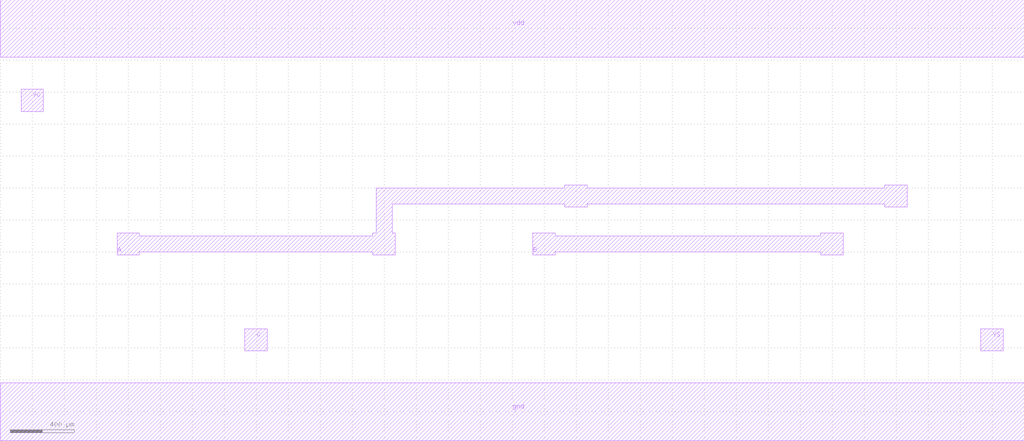
<source format=lef>
MACRO FAX1
 CLASS CORE ;
 ORIGIN 0 0 ;
 FOREIGN FAX1 0 0 ;
 SITE CORE ;
 SYMMETRY X Y R90 ;
  PIN vdd
   DIRECTION INOUT ;
   USE SIGNAL ;
   SHAPE ABUTMENT ;
    PORT
     CLASS CORE ;
       LAYER metal2 ;
        RECT 0.00000000 2220.00000000 6400.00000000 2580.00000000 ;
    END
  END vdd

  PIN gnd
   DIRECTION INOUT ;
   USE SIGNAL ;
   SHAPE ABUTMENT ;
    PORT
     CLASS CORE ;
       LAYER metal2 ;
        RECT 0.00000000 -180.00000000 6400.00000000 180.00000000 ;
    END
  END gnd

  PIN A
   DIRECTION INOUT ;
   USE SIGNAL ;
   SHAPE ABUTMENT ;
    PORT
     CLASS CORE ;
       LAYER metal2 ;
        POLYGON 730.00000000 980.00000000 730.00000000 1120.00000000 870.00000000 1120.00000000 870.00000000 1100.00000000 2330.00000000 1100.00000000 2330.00000000 1120.00000000 2350.00000000 1120.00000000 2350.00000000 1400.00000000 3530.00000000 1400.00000000 3530.00000000 1420.00000000 3670.00000000 1420.00000000 3670.00000000 1400.00000000 5530.00000000 1400.00000000 5530.00000000 1420.00000000 5670.00000000 1420.00000000 5670.00000000 1280.00000000 5530.00000000 1280.00000000 5530.00000000 1300.00000000 3670.00000000 1300.00000000 3670.00000000 1280.00000000 3530.00000000 1280.00000000 3530.00000000 1300.00000000 2450.00000000 1300.00000000 2450.00000000 1120.00000000 2470.00000000 1120.00000000 2470.00000000 980.00000000 2330.00000000 980.00000000 2330.00000000 1000.00000000 870.00000000 1000.00000000 870.00000000 980.00000000 ;
    END
  END A

  PIN B
   DIRECTION INOUT ;
   USE SIGNAL ;
   SHAPE ABUTMENT ;
    PORT
     CLASS CORE ;
       LAYER metal2 ;
        POLYGON 3330.00000000 980.00000000 3330.00000000 1120.00000000 3470.00000000 1120.00000000 3470.00000000 1100.00000000 5130.00000000 1100.00000000 5130.00000000 1120.00000000 5270.00000000 1120.00000000 5270.00000000 980.00000000 5130.00000000 980.00000000 5130.00000000 1000.00000000 3470.00000000 1000.00000000 3470.00000000 980.00000000 ;
    END
  END B

  PIN C
   DIRECTION INOUT ;
   USE SIGNAL ;
   SHAPE ABUTMENT ;
    PORT
     CLASS CORE ;
       LAYER metal2 ;
        RECT 1530.00000000 380.00000000 1670.00000000 520.00000000 ;
    END
  END C

  PIN YS
   DIRECTION INOUT ;
   USE SIGNAL ;
   SHAPE ABUTMENT ;
    PORT
     CLASS CORE ;
       LAYER metal2 ;
        RECT 6130.00000000 380.00000000 6270.00000000 520.00000000 ;
    END
  END YS

  PIN YC
   DIRECTION INOUT ;
   USE SIGNAL ;
   SHAPE ABUTMENT ;
    PORT
     CLASS CORE ;
       LAYER metal2 ;
        RECT 130.00000000 1880.00000000 270.00000000 2020.00000000 ;
    END
  END YC


END FAX1

</source>
